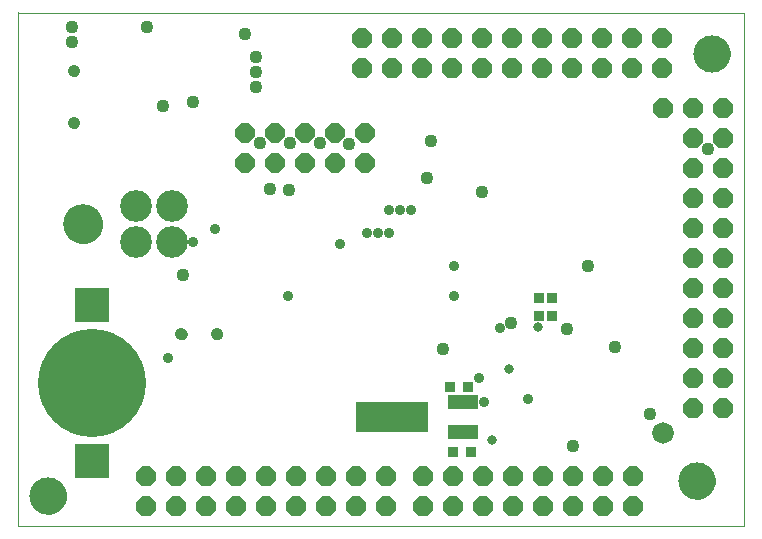
<source format=gbs>
G75*
G70*
%OFA0B0*%
%FSLAX24Y24*%
%IPPOS*%
%LPD*%
%AMOC8*
5,1,8,0,0,1.08239X$1,22.5*
%
%ADD10C,0.0000*%
%ADD11C,0.1241*%
%ADD12R,0.0375X0.0375*%
%ADD13C,0.0414*%
%ADD14R,0.1155X0.1155*%
%ADD15C,0.3603*%
%ADD16C,0.1060*%
%ADD17C,0.1320*%
%ADD18OC8,0.0651*%
%ADD19OC8,0.0660*%
%ADD20R,0.2422X0.1044*%
%ADD21R,0.1044X0.0454*%
%ADD22C,0.0720*%
%ADD23C,0.0436*%
%ADD24C,0.0330*%
%ADD25C,0.0350*%
D10*
X000599Y000160D02*
X000599Y017278D01*
X000600Y017276D02*
X024780Y017276D01*
X024780Y000156D01*
X024779Y000160D02*
X000599Y000160D01*
X001008Y001160D02*
X001010Y001208D01*
X001016Y001256D01*
X001026Y001303D01*
X001039Y001349D01*
X001057Y001394D01*
X001077Y001438D01*
X001102Y001480D01*
X001130Y001519D01*
X001160Y001556D01*
X001194Y001590D01*
X001231Y001622D01*
X001269Y001651D01*
X001310Y001676D01*
X001353Y001698D01*
X001398Y001716D01*
X001444Y001730D01*
X001491Y001741D01*
X001539Y001748D01*
X001587Y001751D01*
X001635Y001750D01*
X001683Y001745D01*
X001731Y001736D01*
X001777Y001724D01*
X001822Y001707D01*
X001866Y001687D01*
X001908Y001664D01*
X001948Y001637D01*
X001986Y001607D01*
X002021Y001574D01*
X002053Y001538D01*
X002083Y001500D01*
X002109Y001459D01*
X002131Y001416D01*
X002151Y001372D01*
X002166Y001327D01*
X002178Y001280D01*
X002186Y001232D01*
X002190Y001184D01*
X002190Y001136D01*
X002186Y001088D01*
X002178Y001040D01*
X002166Y000993D01*
X002151Y000948D01*
X002131Y000904D01*
X002109Y000861D01*
X002083Y000820D01*
X002053Y000782D01*
X002021Y000746D01*
X001986Y000713D01*
X001948Y000683D01*
X001908Y000656D01*
X001866Y000633D01*
X001822Y000613D01*
X001777Y000596D01*
X001731Y000584D01*
X001683Y000575D01*
X001635Y000570D01*
X001587Y000569D01*
X001539Y000572D01*
X001491Y000579D01*
X001444Y000590D01*
X001398Y000604D01*
X001353Y000622D01*
X001310Y000644D01*
X001269Y000669D01*
X001231Y000698D01*
X001194Y000730D01*
X001160Y000764D01*
X001130Y000801D01*
X001102Y000840D01*
X001077Y000882D01*
X001057Y000926D01*
X001039Y000971D01*
X001026Y001017D01*
X001016Y001064D01*
X001010Y001112D01*
X001008Y001160D01*
X005861Y006558D02*
X005863Y006584D01*
X005869Y006610D01*
X005879Y006635D01*
X005892Y006658D01*
X005908Y006678D01*
X005928Y006696D01*
X005950Y006711D01*
X005973Y006723D01*
X005999Y006731D01*
X006025Y006735D01*
X006051Y006735D01*
X006077Y006731D01*
X006103Y006723D01*
X006127Y006711D01*
X006148Y006696D01*
X006168Y006678D01*
X006184Y006658D01*
X006197Y006635D01*
X006207Y006610D01*
X006213Y006584D01*
X006215Y006558D01*
X006213Y006532D01*
X006207Y006506D01*
X006197Y006481D01*
X006184Y006458D01*
X006168Y006438D01*
X006148Y006420D01*
X006126Y006405D01*
X006103Y006393D01*
X006077Y006385D01*
X006051Y006381D01*
X006025Y006381D01*
X005999Y006385D01*
X005973Y006393D01*
X005949Y006405D01*
X005928Y006420D01*
X005908Y006438D01*
X005892Y006458D01*
X005879Y006481D01*
X005869Y006506D01*
X005863Y006532D01*
X005861Y006558D01*
X007042Y006558D02*
X007044Y006584D01*
X007050Y006610D01*
X007060Y006635D01*
X007073Y006658D01*
X007089Y006678D01*
X007109Y006696D01*
X007131Y006711D01*
X007154Y006723D01*
X007180Y006731D01*
X007206Y006735D01*
X007232Y006735D01*
X007258Y006731D01*
X007284Y006723D01*
X007308Y006711D01*
X007329Y006696D01*
X007349Y006678D01*
X007365Y006658D01*
X007378Y006635D01*
X007388Y006610D01*
X007394Y006584D01*
X007396Y006558D01*
X007394Y006532D01*
X007388Y006506D01*
X007378Y006481D01*
X007365Y006458D01*
X007349Y006438D01*
X007329Y006420D01*
X007307Y006405D01*
X007284Y006393D01*
X007258Y006385D01*
X007232Y006381D01*
X007206Y006381D01*
X007180Y006385D01*
X007154Y006393D01*
X007130Y006405D01*
X007109Y006420D01*
X007089Y006438D01*
X007073Y006458D01*
X007060Y006481D01*
X007050Y006506D01*
X007044Y006532D01*
X007042Y006558D01*
X002135Y010223D02*
X002137Y010273D01*
X002143Y010323D01*
X002153Y010372D01*
X002167Y010420D01*
X002184Y010467D01*
X002205Y010512D01*
X002230Y010556D01*
X002258Y010597D01*
X002290Y010636D01*
X002324Y010673D01*
X002361Y010707D01*
X002401Y010737D01*
X002443Y010764D01*
X002487Y010788D01*
X002533Y010809D01*
X002580Y010825D01*
X002628Y010838D01*
X002678Y010847D01*
X002727Y010852D01*
X002778Y010853D01*
X002828Y010850D01*
X002877Y010843D01*
X002926Y010832D01*
X002974Y010817D01*
X003020Y010799D01*
X003065Y010777D01*
X003108Y010751D01*
X003149Y010722D01*
X003188Y010690D01*
X003224Y010655D01*
X003256Y010617D01*
X003286Y010577D01*
X003313Y010534D01*
X003336Y010490D01*
X003355Y010444D01*
X003371Y010396D01*
X003383Y010347D01*
X003391Y010298D01*
X003395Y010248D01*
X003395Y010198D01*
X003391Y010148D01*
X003383Y010099D01*
X003371Y010050D01*
X003355Y010002D01*
X003336Y009956D01*
X003313Y009912D01*
X003286Y009869D01*
X003256Y009829D01*
X003224Y009791D01*
X003188Y009756D01*
X003149Y009724D01*
X003108Y009695D01*
X003065Y009669D01*
X003020Y009647D01*
X002974Y009629D01*
X002926Y009614D01*
X002877Y009603D01*
X002828Y009596D01*
X002778Y009593D01*
X002727Y009594D01*
X002678Y009599D01*
X002628Y009608D01*
X002580Y009621D01*
X002533Y009637D01*
X002487Y009658D01*
X002443Y009682D01*
X002401Y009709D01*
X002361Y009739D01*
X002324Y009773D01*
X002290Y009810D01*
X002258Y009849D01*
X002230Y009890D01*
X002205Y009934D01*
X002184Y009979D01*
X002167Y010026D01*
X002153Y010074D01*
X002143Y010123D01*
X002137Y010173D01*
X002135Y010223D01*
X002273Y013602D02*
X002275Y013628D01*
X002281Y013654D01*
X002291Y013679D01*
X002304Y013702D01*
X002320Y013722D01*
X002340Y013740D01*
X002362Y013755D01*
X002385Y013767D01*
X002411Y013775D01*
X002437Y013779D01*
X002463Y013779D01*
X002489Y013775D01*
X002515Y013767D01*
X002539Y013755D01*
X002560Y013740D01*
X002580Y013722D01*
X002596Y013702D01*
X002609Y013679D01*
X002619Y013654D01*
X002625Y013628D01*
X002627Y013602D01*
X002625Y013576D01*
X002619Y013550D01*
X002609Y013525D01*
X002596Y013502D01*
X002580Y013482D01*
X002560Y013464D01*
X002538Y013449D01*
X002515Y013437D01*
X002489Y013429D01*
X002463Y013425D01*
X002437Y013425D01*
X002411Y013429D01*
X002385Y013437D01*
X002361Y013449D01*
X002340Y013464D01*
X002320Y013482D01*
X002304Y013502D01*
X002291Y013525D01*
X002281Y013550D01*
X002275Y013576D01*
X002273Y013602D01*
X002273Y015335D02*
X002275Y015361D01*
X002281Y015387D01*
X002291Y015412D01*
X002304Y015435D01*
X002320Y015455D01*
X002340Y015473D01*
X002362Y015488D01*
X002385Y015500D01*
X002411Y015508D01*
X002437Y015512D01*
X002463Y015512D01*
X002489Y015508D01*
X002515Y015500D01*
X002539Y015488D01*
X002560Y015473D01*
X002580Y015455D01*
X002596Y015435D01*
X002609Y015412D01*
X002619Y015387D01*
X002625Y015361D01*
X002627Y015335D01*
X002625Y015309D01*
X002619Y015283D01*
X002609Y015258D01*
X002596Y015235D01*
X002580Y015215D01*
X002560Y015197D01*
X002538Y015182D01*
X002515Y015170D01*
X002489Y015162D01*
X002463Y015158D01*
X002437Y015158D01*
X002411Y015162D01*
X002385Y015170D01*
X002361Y015182D01*
X002340Y015197D01*
X002320Y015215D01*
X002304Y015235D01*
X002291Y015258D01*
X002281Y015283D01*
X002275Y015309D01*
X002273Y015335D01*
X022633Y001660D02*
X022635Y001708D01*
X022641Y001756D01*
X022651Y001803D01*
X022664Y001849D01*
X022682Y001894D01*
X022702Y001938D01*
X022727Y001980D01*
X022755Y002019D01*
X022785Y002056D01*
X022819Y002090D01*
X022856Y002122D01*
X022894Y002151D01*
X022935Y002176D01*
X022978Y002198D01*
X023023Y002216D01*
X023069Y002230D01*
X023116Y002241D01*
X023164Y002248D01*
X023212Y002251D01*
X023260Y002250D01*
X023308Y002245D01*
X023356Y002236D01*
X023402Y002224D01*
X023447Y002207D01*
X023491Y002187D01*
X023533Y002164D01*
X023573Y002137D01*
X023611Y002107D01*
X023646Y002074D01*
X023678Y002038D01*
X023708Y002000D01*
X023734Y001959D01*
X023756Y001916D01*
X023776Y001872D01*
X023791Y001827D01*
X023803Y001780D01*
X023811Y001732D01*
X023815Y001684D01*
X023815Y001636D01*
X023811Y001588D01*
X023803Y001540D01*
X023791Y001493D01*
X023776Y001448D01*
X023756Y001404D01*
X023734Y001361D01*
X023708Y001320D01*
X023678Y001282D01*
X023646Y001246D01*
X023611Y001213D01*
X023573Y001183D01*
X023533Y001156D01*
X023491Y001133D01*
X023447Y001113D01*
X023402Y001096D01*
X023356Y001084D01*
X023308Y001075D01*
X023260Y001070D01*
X023212Y001069D01*
X023164Y001072D01*
X023116Y001079D01*
X023069Y001090D01*
X023023Y001104D01*
X022978Y001122D01*
X022935Y001144D01*
X022894Y001169D01*
X022856Y001198D01*
X022819Y001230D01*
X022785Y001264D01*
X022755Y001301D01*
X022727Y001340D01*
X022702Y001382D01*
X022682Y001426D01*
X022664Y001471D01*
X022651Y001517D01*
X022641Y001564D01*
X022635Y001612D01*
X022633Y001660D01*
X023133Y015910D02*
X023135Y015958D01*
X023141Y016006D01*
X023151Y016053D01*
X023164Y016099D01*
X023182Y016144D01*
X023202Y016188D01*
X023227Y016230D01*
X023255Y016269D01*
X023285Y016306D01*
X023319Y016340D01*
X023356Y016372D01*
X023394Y016401D01*
X023435Y016426D01*
X023478Y016448D01*
X023523Y016466D01*
X023569Y016480D01*
X023616Y016491D01*
X023664Y016498D01*
X023712Y016501D01*
X023760Y016500D01*
X023808Y016495D01*
X023856Y016486D01*
X023902Y016474D01*
X023947Y016457D01*
X023991Y016437D01*
X024033Y016414D01*
X024073Y016387D01*
X024111Y016357D01*
X024146Y016324D01*
X024178Y016288D01*
X024208Y016250D01*
X024234Y016209D01*
X024256Y016166D01*
X024276Y016122D01*
X024291Y016077D01*
X024303Y016030D01*
X024311Y015982D01*
X024315Y015934D01*
X024315Y015886D01*
X024311Y015838D01*
X024303Y015790D01*
X024291Y015743D01*
X024276Y015698D01*
X024256Y015654D01*
X024234Y015611D01*
X024208Y015570D01*
X024178Y015532D01*
X024146Y015496D01*
X024111Y015463D01*
X024073Y015433D01*
X024033Y015406D01*
X023991Y015383D01*
X023947Y015363D01*
X023902Y015346D01*
X023856Y015334D01*
X023808Y015325D01*
X023760Y015320D01*
X023712Y015319D01*
X023664Y015322D01*
X023616Y015329D01*
X023569Y015340D01*
X023523Y015354D01*
X023478Y015372D01*
X023435Y015394D01*
X023394Y015419D01*
X023356Y015448D01*
X023319Y015480D01*
X023285Y015514D01*
X023255Y015551D01*
X023227Y015590D01*
X023202Y015632D01*
X023182Y015676D01*
X023164Y015721D01*
X023151Y015767D01*
X023141Y015814D01*
X023135Y015862D01*
X023133Y015910D01*
D11*
X023724Y015910D03*
X023224Y001660D03*
X001599Y001160D03*
D12*
X014988Y004811D03*
X015588Y004811D03*
X015683Y002625D03*
X015083Y002625D03*
X017965Y007163D03*
X018391Y007163D03*
X018391Y007763D03*
X017965Y007763D03*
D13*
X007219Y006558D03*
X006038Y006558D03*
X002450Y013602D03*
X002450Y015335D03*
D14*
X003074Y007535D03*
X003074Y002335D03*
D15*
X003074Y004935D03*
D16*
X004536Y009633D03*
X005718Y009633D03*
X005718Y010814D03*
X004536Y010814D03*
D17*
X002765Y010223D03*
D18*
X008150Y012256D03*
X009150Y012256D03*
X010150Y012256D03*
X011150Y012256D03*
X012150Y012256D03*
X012150Y013256D03*
X011150Y013256D03*
X010150Y013256D03*
X009150Y013256D03*
X008150Y013256D03*
D19*
X012050Y015444D03*
X013050Y015444D03*
X014050Y015444D03*
X015050Y015444D03*
X016050Y015444D03*
X017050Y015444D03*
X018050Y015444D03*
X019050Y015444D03*
X020050Y015444D03*
X021050Y015444D03*
X022050Y015444D03*
X022050Y016444D03*
X021050Y016444D03*
X020050Y016444D03*
X019050Y016444D03*
X018050Y016444D03*
X017050Y016444D03*
X016050Y016444D03*
X015050Y016444D03*
X014050Y016444D03*
X013050Y016444D03*
X012050Y016444D03*
X022101Y014110D03*
X023100Y014106D03*
X024100Y014106D03*
X024100Y013106D03*
X023100Y013106D03*
X023100Y012106D03*
X024100Y012106D03*
X024100Y011106D03*
X023100Y011106D03*
X023100Y010106D03*
X024100Y010106D03*
X024100Y009106D03*
X023100Y009106D03*
X023100Y008106D03*
X024100Y008106D03*
X024100Y007106D03*
X023100Y007106D03*
X023100Y006106D03*
X024100Y006106D03*
X024100Y005106D03*
X023100Y005106D03*
X023100Y004106D03*
X024100Y004106D03*
X021100Y001831D03*
X020100Y001831D03*
X019100Y001831D03*
X018100Y001831D03*
X017100Y001831D03*
X016100Y001831D03*
X015100Y001831D03*
X014100Y001831D03*
X012850Y001831D03*
X011850Y001831D03*
X010850Y001831D03*
X009850Y001831D03*
X008850Y001831D03*
X007850Y001831D03*
X006850Y001831D03*
X005850Y001831D03*
X004850Y001831D03*
X004850Y000831D03*
X005850Y000831D03*
X006850Y000831D03*
X007850Y000831D03*
X008850Y000831D03*
X009850Y000831D03*
X010850Y000831D03*
X011850Y000831D03*
X012850Y000831D03*
X014100Y000831D03*
X015100Y000831D03*
X016100Y000831D03*
X017100Y000831D03*
X018100Y000831D03*
X019100Y000831D03*
X020100Y000831D03*
X021100Y000831D03*
D20*
X013049Y003810D03*
D21*
X015411Y003310D03*
X015411Y004310D03*
D22*
X022104Y003273D03*
D23*
X021659Y003901D03*
X019100Y002815D03*
X014770Y006069D03*
X017038Y006919D03*
X018900Y006744D03*
X020499Y006115D03*
X019590Y008832D03*
X016050Y011281D03*
X014238Y011756D03*
X014350Y012985D03*
X011638Y012909D03*
X010650Y012922D03*
X009650Y012922D03*
X008650Y012922D03*
X009000Y011406D03*
X009613Y011356D03*
X006415Y014306D03*
X005425Y014156D03*
X002400Y016297D03*
X002400Y016797D03*
X004900Y016797D03*
X008150Y016547D03*
X008525Y015797D03*
X008525Y015297D03*
X008525Y014797D03*
X006109Y008526D03*
X023610Y012724D03*
D24*
X017912Y006799D03*
X016945Y005388D03*
X016379Y003042D03*
D25*
X016125Y004309D03*
X015950Y005094D03*
X017578Y004384D03*
X016663Y006747D03*
X015144Y007842D03*
X015119Y008842D03*
X012963Y009944D03*
X012588Y009944D03*
X012213Y009944D03*
X011337Y009573D03*
X012950Y010681D03*
X013325Y010681D03*
X013700Y010681D03*
X009606Y007843D03*
X007174Y010060D03*
X006424Y009635D03*
X005600Y005756D03*
M02*

</source>
